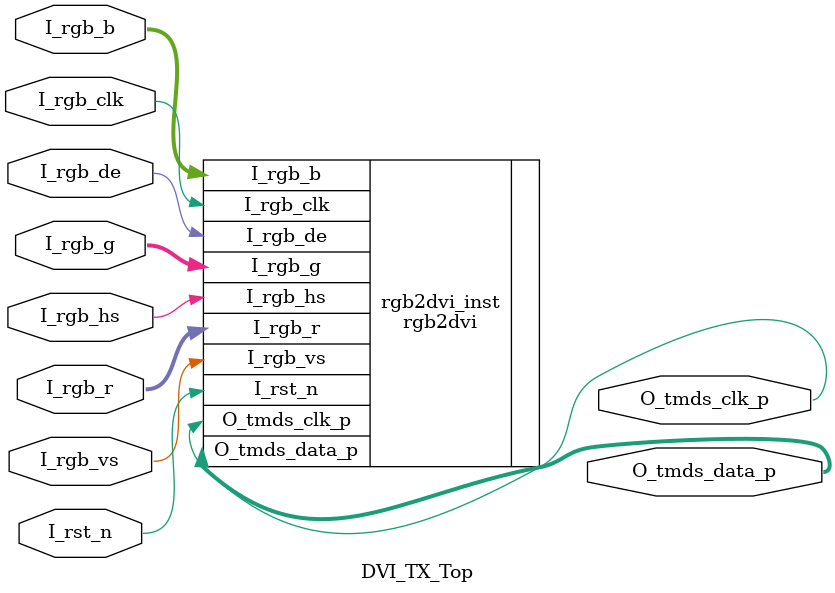
<source format=v>

`include "dvi_tx_defines.v"

module DVI_TX_Top
(
	input  		  I_rst_n       ,  //asynchronous reset, low active
`ifdef USE_EXTERNAL_CLK
	input         I_serial_clk  ,
`endif
	input  		  I_rgb_clk     ,  //pixel clock
	input         I_rgb_vs      , 
	input         I_rgb_hs      ,    
	input         I_rgb_de      , 
	input  [7:0]  I_rgb_r       ,  
	input  [7:0]  I_rgb_g       ,
	input  [7:0]  I_rgb_b       ,
	output		  O_tmds_clk_p  ,
	// output		  O_tmds_clk_n  ,
	output [2:0]  O_tmds_data_p //{r,g,b}
	// output [2:0]  O_tmds_data_n
);

rgb2dvi rgb2dvi_inst
(
	.I_rst_n       (I_rst_n       ),   //asynchronous reset, low active
`ifdef USE_EXTERNAL_CLK
	.I_serial_clk  (I_serial_clk  ),
`endif
	.I_rgb_clk     (I_rgb_clk     ),   //pixel clock
	.I_rgb_vs      (I_rgb_vs      ), 
	.I_rgb_hs      (I_rgb_hs      ),    
	.I_rgb_de      (I_rgb_de      ), 
	.I_rgb_r       (I_rgb_r       ),  
	.I_rgb_g       (I_rgb_g       ),  
	.I_rgb_b       (I_rgb_b       ),  
	.O_tmds_clk_p  (O_tmds_clk_p  ),
	// .O_tmds_clk_n  (O_tmds_clk_n  ),
	.O_tmds_data_p (O_tmds_data_p )  //{r,g,b}
	// .O_tmds_data_n (O_tmds_data_n )
);

endmodule
</source>
